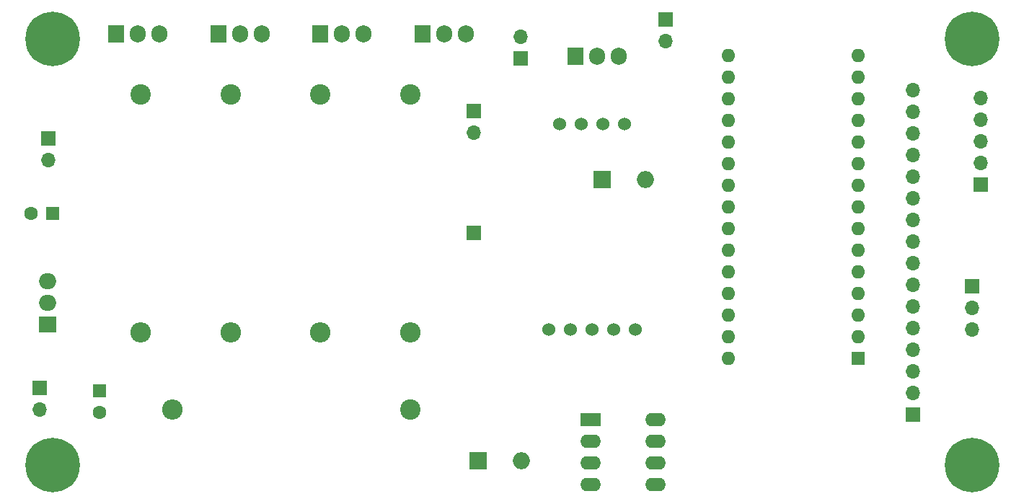
<source format=gbr>
%TF.GenerationSoftware,KiCad,Pcbnew,7.0.7*%
%TF.CreationDate,2023-11-30T13:52:08+01:00*%
%TF.ProjectId,CC_Load,43435f4c-6f61-4642-9e6b-696361645f70,rev?*%
%TF.SameCoordinates,Original*%
%TF.FileFunction,Soldermask,Bot*%
%TF.FilePolarity,Negative*%
%FSLAX46Y46*%
G04 Gerber Fmt 4.6, Leading zero omitted, Abs format (unit mm)*
G04 Created by KiCad (PCBNEW 7.0.7) date 2023-11-30 13:52:08*
%MOMM*%
%LPD*%
G01*
G04 APERTURE LIST*
%ADD10O,1.700000X1.700000*%
%ADD11R,1.700000X1.700000*%
%ADD12R,2.400000X1.600000*%
%ADD13O,2.400000X1.600000*%
%ADD14R,2.000000X1.905000*%
%ADD15O,2.000000X1.905000*%
%ADD16C,2.400000*%
%ADD17O,2.400000X2.400000*%
%ADD18O,1.905000X2.000000*%
%ADD19R,1.905000X2.000000*%
%ADD20C,6.400000*%
%ADD21R,2.000000X2.000000*%
%ADD22O,2.000000X2.000000*%
%ADD23R,1.600000X1.600000*%
%ADD24C,1.600000*%
%ADD25C,1.524000*%
%ADD26O,1.600000X1.600000*%
G04 APERTURE END LIST*
D10*
%TO.C,RV1*%
X164000000Y-70080000D03*
X164000000Y-67540000D03*
D11*
X164000000Y-65000000D03*
%TD*%
D12*
%TO.C,U2*%
X119175000Y-80700000D03*
D13*
X119175000Y-83240000D03*
X119175000Y-85780000D03*
X119175000Y-88320000D03*
X126795000Y-88320000D03*
X126795000Y-85780000D03*
X126795000Y-83240000D03*
X126795000Y-80700000D03*
%TD*%
D14*
%TO.C,U1*%
X55445000Y-69540000D03*
D15*
X55445000Y-67000000D03*
X55445000Y-64460000D03*
%TD*%
D11*
%TO.C,TH1*%
X105500000Y-44500000D03*
D10*
X105500000Y-47040000D03*
%TD*%
D16*
%TO.C,R21*%
X97970000Y-79500000D03*
D17*
X70030000Y-79500000D03*
%TD*%
D16*
%TO.C,R15*%
X98000000Y-42530000D03*
D17*
X98000000Y-70470000D03*
%TD*%
D16*
%TO.C,R14*%
X87450000Y-42530000D03*
D17*
X87450000Y-70470000D03*
%TD*%
D16*
%TO.C,R13*%
X76900000Y-42530000D03*
D17*
X76900000Y-70470000D03*
%TD*%
%TO.C,R12*%
X66350000Y-70470000D03*
D16*
X66350000Y-42530000D03*
%TD*%
D18*
%TO.C,Q5*%
X122500000Y-38000000D03*
X119960000Y-38000000D03*
D19*
X117420000Y-38000000D03*
%TD*%
D18*
%TO.C,Q4*%
X104540000Y-35445000D03*
X102000000Y-35445000D03*
D19*
X99460000Y-35445000D03*
%TD*%
D18*
%TO.C,Q3*%
X92540000Y-35445000D03*
X90000000Y-35445000D03*
D19*
X87460000Y-35445000D03*
%TD*%
D18*
%TO.C,Q2*%
X80540000Y-35445000D03*
X78000000Y-35445000D03*
D19*
X75460000Y-35445000D03*
%TD*%
D18*
%TO.C,Q1*%
X68540000Y-35445000D03*
X66000000Y-35445000D03*
D19*
X63460000Y-35445000D03*
%TD*%
D11*
%TO.C,J7*%
X128000000Y-33725000D03*
D10*
X128000000Y-36265000D03*
%TD*%
D11*
%TO.C,J6*%
X165000000Y-53075000D03*
D10*
X165000000Y-50535000D03*
X165000000Y-47995000D03*
X165000000Y-45455000D03*
X165000000Y-42915000D03*
%TD*%
D11*
%TO.C,J5*%
X157000000Y-80100000D03*
D10*
X157000000Y-77560000D03*
X157000000Y-75020000D03*
X157000000Y-72480000D03*
X157000000Y-69940000D03*
X157000000Y-67400000D03*
X157000000Y-64860000D03*
X157000000Y-62320000D03*
X157000000Y-59780000D03*
X157000000Y-57240000D03*
X157000000Y-54700000D03*
X157000000Y-52160000D03*
X157000000Y-49620000D03*
X157000000Y-47080000D03*
X157000000Y-44540000D03*
X157000000Y-42000000D03*
%TD*%
D11*
%TO.C,J4*%
X111000000Y-38275000D03*
D10*
X111000000Y-35735000D03*
%TD*%
D11*
%TO.C,J3*%
X55500000Y-47725000D03*
D10*
X55500000Y-50265000D03*
%TD*%
%TO.C,J2*%
X54500000Y-79500000D03*
D11*
X54500000Y-76960000D03*
%TD*%
%TO.C,J1*%
X105500000Y-58770000D03*
%TD*%
D20*
%TO.C,H4*%
X164000000Y-86000000D03*
%TD*%
%TO.C,H3*%
X56000000Y-86000000D03*
%TD*%
%TO.C,H2*%
X164000000Y-36000000D03*
%TD*%
%TO.C,H1*%
X56000000Y-36000000D03*
%TD*%
D21*
%TO.C,D2*%
X105997500Y-85500000D03*
D22*
X111077500Y-85500000D03*
%TD*%
D21*
%TO.C,D1*%
X120500000Y-52500000D03*
D22*
X125580000Y-52500000D03*
%TD*%
D23*
%TO.C,C2*%
X56000000Y-56500000D03*
D24*
X53500000Y-56500000D03*
%TD*%
D23*
%TO.C,C1*%
X61500000Y-77317621D03*
D24*
X61500000Y-79817621D03*
%TD*%
D25*
%TO.C,A2*%
X114230000Y-70130000D03*
X116770000Y-70130000D03*
X119310000Y-70130000D03*
X121850000Y-70130000D03*
X124390000Y-70130000D03*
X115500000Y-46000000D03*
X118040000Y-46000000D03*
X120580000Y-46000000D03*
X123120000Y-46000000D03*
%TD*%
D23*
%TO.C,A1*%
X150610000Y-73550000D03*
D26*
X150610000Y-71010000D03*
X150610000Y-68470000D03*
X150610000Y-65930000D03*
X150610000Y-63390000D03*
X150610000Y-60850000D03*
X150610000Y-58310000D03*
X150610000Y-55770000D03*
X150610000Y-53230000D03*
X150610000Y-50690000D03*
X150610000Y-48150000D03*
X150610000Y-45610000D03*
X150610000Y-43070000D03*
X150610000Y-40530000D03*
X150610000Y-37990000D03*
X135370000Y-37990000D03*
X135370000Y-40530000D03*
X135370000Y-43070000D03*
X135370000Y-45610000D03*
X135370000Y-48150000D03*
X135370000Y-50690000D03*
X135370000Y-53230000D03*
X135370000Y-55770000D03*
X135370000Y-58310000D03*
X135370000Y-60850000D03*
X135370000Y-63390000D03*
X135370000Y-65930000D03*
X135370000Y-68470000D03*
X135370000Y-71010000D03*
X135370000Y-73550000D03*
%TD*%
M02*

</source>
